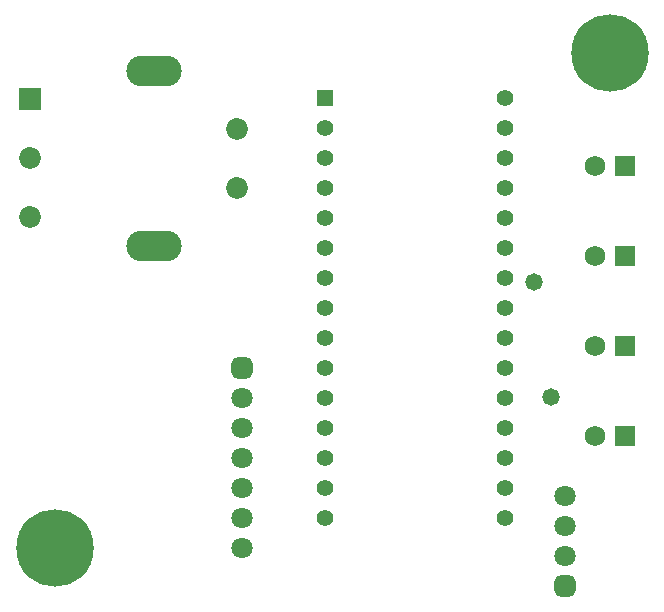
<source format=gbs>
G04*
G04 #@! TF.GenerationSoftware,Altium Limited,Altium Designer,24.1.2 (44)*
G04*
G04 Layer_Color=16711935*
%FSLAX44Y44*%
%MOMM*%
G71*
G04*
G04 #@! TF.SameCoordinates,531D00EC-4C00-4A94-99CB-661CAA089D98*
G04*
G04*
G04 #@! TF.FilePolarity,Negative*
G04*
G01*
G75*
G04:AMPARAMS|DCode=16|XSize=2.6mm|YSize=4.7mm|CornerRadius=1.3mm|HoleSize=0mm|Usage=FLASHONLY|Rotation=270.000|XOffset=0mm|YOffset=0mm|HoleType=Round|Shape=RoundedRectangle|*
%AMROUNDEDRECTD16*
21,1,2.6000,2.1000,0,0,270.0*
21,1,0.0000,4.7000,0,0,270.0*
1,1,2.6000,-1.0500,0.0000*
1,1,2.6000,-1.0500,0.0000*
1,1,2.6000,1.0500,0.0000*
1,1,2.6000,1.0500,0.0000*
%
%ADD16ROUNDEDRECTD16*%
%ADD17R,1.8500X1.8500*%
%ADD18C,1.8500*%
%ADD19C,1.8032*%
G04:AMPARAMS|DCode=20|XSize=1.8032mm|YSize=1.8032mm|CornerRadius=0.5016mm|HoleSize=0mm|Usage=FLASHONLY|Rotation=90.000|XOffset=0mm|YOffset=0mm|HoleType=Round|Shape=RoundedRectangle|*
%AMROUNDEDRECTD20*
21,1,1.8032,0.8000,0,0,90.0*
21,1,0.8000,1.8032,0,0,90.0*
1,1,1.0032,0.4000,0.4000*
1,1,1.0032,0.4000,-0.4000*
1,1,1.0032,-0.4000,-0.4000*
1,1,1.0032,-0.4000,0.4000*
%
%ADD20ROUNDEDRECTD20*%
%ADD21R,1.7532X1.7532*%
%ADD22C,1.7532*%
%ADD23C,6.5532*%
%ADD24C,1.4140*%
%ADD25R,1.4140X1.4140*%
%ADD26C,1.4732*%
D16*
X141650Y461350D02*
D03*
Y313350D02*
D03*
D17*
X36650Y437350D02*
D03*
D18*
Y387350D02*
D03*
Y337350D02*
D03*
X211650Y412350D02*
D03*
Y362350D02*
D03*
D19*
X488950Y50800D02*
D03*
Y76200D02*
D03*
Y101600D02*
D03*
X215900Y57150D02*
D03*
Y82550D02*
D03*
Y133350D02*
D03*
Y184150D02*
D03*
Y158750D02*
D03*
Y107950D02*
D03*
D20*
X488950Y25400D02*
D03*
X215900Y209550D02*
D03*
D21*
X539750Y228600D02*
D03*
Y304800D02*
D03*
Y152400D02*
D03*
Y381000D02*
D03*
D22*
X514350Y228600D02*
D03*
Y304800D02*
D03*
Y152400D02*
D03*
Y381000D02*
D03*
D23*
X527050Y476250D02*
D03*
X57150Y57150D02*
D03*
D24*
X438150Y438150D02*
D03*
Y412750D02*
D03*
Y387350D02*
D03*
Y361950D02*
D03*
Y336550D02*
D03*
Y311150D02*
D03*
Y285750D02*
D03*
Y260350D02*
D03*
Y234950D02*
D03*
Y209550D02*
D03*
Y184150D02*
D03*
Y158750D02*
D03*
Y133350D02*
D03*
Y107950D02*
D03*
Y82550D02*
D03*
X285750D02*
D03*
Y107950D02*
D03*
Y133350D02*
D03*
Y158750D02*
D03*
Y184150D02*
D03*
Y209550D02*
D03*
Y234950D02*
D03*
Y260350D02*
D03*
Y285750D02*
D03*
Y311150D02*
D03*
Y336550D02*
D03*
Y361950D02*
D03*
Y387350D02*
D03*
Y412750D02*
D03*
D25*
Y438150D02*
D03*
D26*
X477520Y184912D02*
D03*
X463198Y282350D02*
D03*
M02*

</source>
